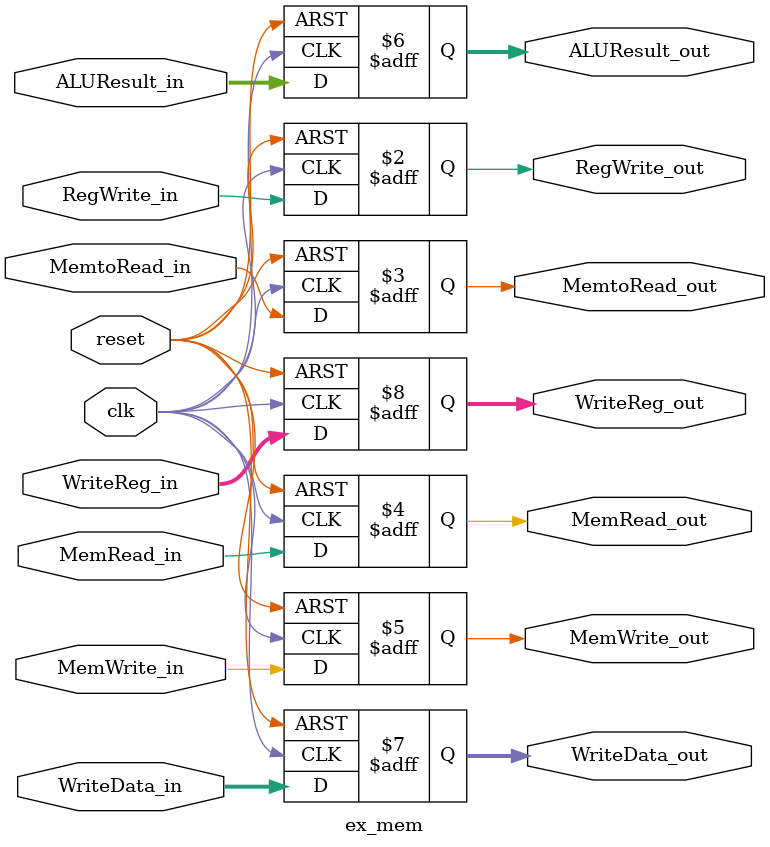
<source format=v>
module ex_mem( clk, reset, RegWrite_in, MemtoRead_in, MemRead_in, MemWrite_in, ALUResult_in, WriteData_in, WriteReg_in,  RegWrite_out, MemtoRead_out, MemRead_out, MemWrite_out, ALUResult_out, WriteData_out, WriteReg_out   );
    input clk;  // clock signal
    input reset; // reset signal
    input RegWrite_in; 
    input MemtoRead_in; 
    input MemRead_in;
    input MemWrite_in;
    input [31:0] ALUResult_in;
    input [31:0] WriteData_in; // Data to be written to memory
    input [4:0] WriteReg_in; // Destination register address


    output reg RegWrite_out; 
    output reg MemtoRead_out; 
    output reg MemRead_out;
    output reg MemWrite_out;
    output reg [31:0] ALUResult_out;
    output reg [31:0] WriteData_out; // Data to be written to memory
    output reg [4:0] WriteReg_out; // Destination register address


always @(posedge clk or posedge reset) begin
    if (reset) begin
        // Reset all outputs
        RegWrite_out <= 0;
        MemtoRead_out <= 0;
        MemRead_out <= 0;
        MemWrite_out <= 0;
        ALUResult_out <= 0;
        WriteData_out <= 0;
        WriteReg_out <= 0;
    end else begin
        // Pass values from inputs to outputs
        RegWrite_out <= RegWrite_in;
        MemtoRead_out <= MemtoRead_in;
        MemRead_out <= MemRead_in;
        MemWrite_out <= MemWrite_in;
        ALUResult_out <= ALUResult_in;
        WriteData_out <= WriteData_in;
        WriteReg_out <= WriteReg_in;
    end
end

endmodule 
</source>
